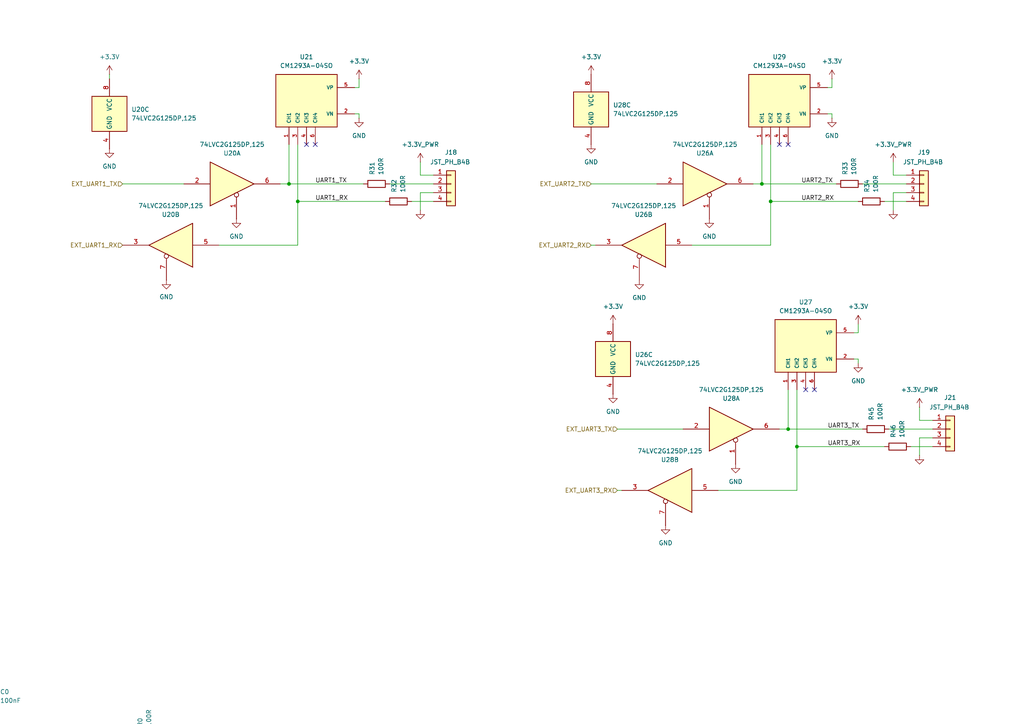
<source format=kicad_sch>
(kicad_sch (version 20231120) (generator "eeschema") (generator_version "8.0")
  (paper "A4")
  (title_block (title "UARTS (carte-uarts)") (date "2024-10-09") (rev "1.0") (company "INSA - GEI"))
  (lib_symbols
    (symbol "74xGxx:74LVC2G125"
      (property "Reference" "U" (at 2.54 7.62 0))
      (property "Value" "74LVC2G125" (at 2.54 -7.62 0))
      (symbol "74LVC2G125_1_1"
        (polyline (pts (xy -7.62 6.35) (xy -7.62 -6.35) (xy 5.08 0) (xy -7.62 6.35)) (stroke (width 0.254)) (fill (type background)))
        (pin input inverted (at 0 10.16 270) (length 7.62) (name "~") (number "1"))
        (pin input line (at -15.24 0 0) (length 7.62) (name "~") (number "2"))
        (pin tri_state line (at 12.7 0 180) (length 7.62) (name "~") (number "6"))
      )
      (symbol "74LVC2G125_2_1"
        (polyline (pts (xy -7.62 6.35) (xy -7.62 -6.35) (xy 5.08 0) (xy -7.62 6.35)) (stroke (width 0.254)) (fill (type background)))
        (pin tri_state line (at 12.7 0 180) (length 7.62) (name "~") (number "3"))
        (pin input line (at -15.24 0 0) (length 7.62) (name "~") (number "5"))
        (pin input inverted (at 0 10.16 270) (length 7.62) (name "~") (number "7"))
      )
      (symbol "74LVC2G125_3_0"
        (rectangle (start -5.08 -5.08) (end 5.08 5.08) (stroke (width 0.254)) (fill (type background)))
      )
      (symbol "74LVC2G125_3_1"
        (pin power_in line (at 0 -10.16 90) (length 5.08) (name "GND") (number "4"))
        (pin power_in line (at 0 10.16 270) (length 5.08) (name "VCC") (number "8"))
      )
    )
    (symbol "CM1293A-04SO:CM1293A-04SO" (pin_names (offset 1.016))
      (property "Reference" "U" (at 4.826 7.366 0))
      (property "Value" "CM1293A-04SO" (at 19.05 -12.7 0))
      (symbol "CM1293A-04SO_0_0"
        (rectangle (start 5.08 5.08) (end 22.86 -10.16) (stroke (width 0.254)) (fill (type background)))
        (pin bidirectional line (at 8.89 -15.24 90) (length 5.08) (name "CH1") (number "1"))
        (pin bidirectional line (at 27.94 -6.35 180) (length 5.08) (name "VN") (number "2"))
        (pin bidirectional line (at 11.43 -15.24 90) (length 5.08) (name "CH2") (number "3"))
        (pin bidirectional line (at 13.97 -15.24 90) (length 5.08) (name "CH3") (number "4"))
        (pin bidirectional line (at 27.94 1.27 180) (length 5.08) (name "VP") (number "5"))
        (pin bidirectional line (at 16.51 -15.24 90) (length 5.08) (name "CH4") (number "6"))
      )
    )
    (symbol "Connector_Generic:Conn_01x04" (pin_names (offset 1.016) hide)
      (property "Reference" "J" (at 0 5.08 0))
      (property "Value" "Conn_01x04" (at 0 -7.62 0))
      (symbol "Conn_01x04_1_1"
        (rectangle (start -1.27 -4.953) (end 0 -5.207) (stroke (width 0.1524)))
        (rectangle (start -1.27 -2.413) (end 0 -2.667) (stroke (width 0.1524)))
        (rectangle (start -1.27 0.127) (end 0 -0.127) (stroke (width 0.1524)))
        (rectangle (start -1.27 2.667) (end 0 2.413) (stroke (width 0.1524)))
        (rectangle (start -1.27 3.81) (end 1.27 -6.35) (stroke (width 0.254)) (fill (type background)))
        (pin passive line (at -5.08 2.54 0) (length 3.81) (name "Pin_1") (number "1"))
        (pin passive line (at -5.08 0 0) (length 3.81) (name "Pin_2") (number "2"))
        (pin passive line (at -5.08 -2.54 0) (length 3.81) (name "Pin_3") (number "3"))
        (pin passive line (at -5.08 -5.08 0) (length 3.81) (name "Pin_4") (number "4"))
      )
    )
    (symbol "Device:C" (pin_numbers hide) (pin_names (offset 0.254))
      (property "Reference" "C" (at 0.635 2.54 0))
      (property "Value" "C" (at 0.635 -2.54 0))
      (symbol "C_0_1"
        (polyline (pts (xy -2.032 -0.762) (xy 2.032 -0.762)) (stroke (width 0.508)))
        (polyline (pts (xy -2.032 0.762) (xy 2.032 0.762)) (stroke (width 0.508)))
      )
      (symbol "C_1_1"
        (pin passive line (at 0 3.81 270) (length 2.794) (name "~") (number "1"))
        (pin passive line (at 0 -3.81 90) (length 2.794) (name "~") (number "2"))
      )
    )
    (symbol "Device:R" (pin_numbers hide) (pin_names (offset 0))
      (property "Reference" "R" (at 2.032 0 90))
      (property "Value" "R" (at 0 0 90))
      (symbol "R_0_1"
        (rectangle (start -1.016 -2.54) (end 1.016 2.54) (stroke (width 0.254)))
      )
      (symbol "R_1_1"
        (pin passive line (at 0 3.81 270) (length 1.27) (name "~") (number "1"))
        (pin passive line (at 0 -3.81 90) (length 1.27) (name "~") (number "2"))
      )
    )
    (symbol "power:+3.3V" (power) (pin_numbers hide) (pin_names (offset 0) hide)
      (property "Value" "+3.3V" (at 0 3.556 0))
      (symbol "+3.3V_0_1"
        (polyline (pts (xy -0.762 1.27) (xy 0 2.54)))
        (polyline (pts (xy 0 0) (xy 0 2.54)))
        (polyline (pts (xy 0 2.54) (xy 0.762 1.27)))
      )
      (symbol "+3.3V_1_1"
        (pin power_in line (at 0 0 90) (length 0) (name "~") (number "1"))
      )
    )
    (symbol "power:GND" (power) (pin_numbers hide) (pin_names (offset 0) hide)
      (property "Value" "GND" (at 0 -3.81 0))
      (symbol "GND_0_1"
        (polyline (pts (xy 0 0) (xy 0 -1.27) (xy 1.27 -1.27) (xy 0 -2.54) (xy -1.27 -1.27) (xy 0 -1.27)))
      )
      (symbol "GND_1_1"
        (pin power_in line (at 0 0 270) (length 0) (name "~") (number "1"))
      )
    )
  )
  (junction (at 83.82 53.34))
  (junction (at 228.6 124.46))
  (junction (at 220.98 53.34))
  (junction (at 86.36 58.42))
  (junction (at 231.14 129.54))
  (junction (at 223.52 58.42))
  (no_connect (at 91.44 41.91))
  (no_connect (at 226.06 41.91))
  (no_connect (at 233.68 113.03))
  (no_connect (at 88.9 41.91))
  (no_connect (at 236.22 113.03))
  (no_connect (at 228.6 41.91))
  (wire (pts (xy 247.65 96.52) (xy 248.92 96.52)))
  (wire (pts (xy 248.92 104.14) (xy 248.92 105.41)))
  (wire (pts (xy 241.3 33.02) (xy 240.03 33.02)))
  (wire (pts (xy 231.14 129.54) (xy 231.14 142.24)))
  (wire (pts (xy 257.81 124.46) (xy 270.51 124.46)))
  (wire (pts (xy 81.28 53.34) (xy 83.82 53.34)))
  (wire (pts (xy 119.38 58.42) (xy 125.73 58.42)))
  (wire (pts (xy 218.44 53.34) (xy 220.98 53.34)))
  (wire (pts (xy 262.89 50.8) (xy 259.08 50.8)))
  (wire (pts (xy 226.06 124.46) (xy 228.6 124.46)))
  (wire (pts (xy 171.45 53.34) (xy 190.5 53.34)))
  (wire (pts (xy 223.52 58.42) (xy 223.52 41.91)))
  (wire (pts (xy 248.92 93.98) (xy 248.92 96.52)))
  (wire (pts (xy 259.08 50.8) (xy 259.08 46.99)))
  (wire (pts (xy 86.36 71.12) (xy 63.5 71.12)))
  (wire (pts (xy 86.36 58.42) (xy 111.76 58.42)))
  (wire (pts (xy 35.56 53.34) (xy 53.34 53.34)))
  (wire (pts (xy 86.36 58.42) (xy 86.36 71.12)))
  (wire (pts (xy 266.7 121.92) (xy 266.7 118.11)))
  (wire (pts (xy 179.07 124.46) (xy 198.12 124.46)))
  (wire (pts (xy 250.19 53.34) (xy 262.89 53.34)))
  (wire (pts (xy 121.92 50.8) (xy 121.92 46.99)))
  (wire (pts (xy 241.3 33.02) (xy 241.3 34.29)))
  (wire (pts (xy 228.6 124.46) (xy 250.19 124.46)))
  (wire (pts (xy 231.14 129.54) (xy 256.54 129.54)))
  (wire (pts (xy 113.03 53.34) (xy 125.73 53.34)))
  (wire (pts (xy 121.92 55.88) (xy 121.92 60.96)))
  (wire (pts (xy 171.45 71.12) (xy 172.72 71.12)))
  (wire (pts (xy 262.89 55.88) (xy 259.08 55.88)))
  (wire (pts (xy 248.92 104.14) (xy 247.65 104.14)))
  (wire (pts (xy 228.6 113.03) (xy 228.6 124.46)))
  (wire (pts (xy 83.82 41.91) (xy 83.82 53.34)))
  (wire (pts (xy 256.54 58.42) (xy 262.89 58.42)))
  (wire (pts (xy 223.52 58.42) (xy 223.52 71.12)))
  (wire (pts (xy 231.14 142.24) (xy 208.28 142.24)))
  (wire (pts (xy 223.52 58.42) (xy 248.92 58.42)))
  (wire (pts (xy 240.03 25.4) (xy 241.3 25.4)))
  (wire (pts (xy 102.87 25.4) (xy 104.14 25.4)))
  (wire (pts (xy 104.14 33.02) (xy 104.14 34.29)))
  (wire (pts (xy 231.14 129.54) (xy 231.14 113.03)))
  (wire (pts (xy 179.07 142.24) (xy 180.34 142.24)))
  (wire (pts (xy 264.16 129.54) (xy 270.51 129.54)))
  (wire (pts (xy 270.51 127) (xy 266.7 127)))
  (wire (pts (xy 125.73 50.8) (xy 121.92 50.8)))
  (wire (pts (xy 266.7 127) (xy 266.7 132.08)))
  (wire (pts (xy 125.73 55.88) (xy 121.92 55.88)))
  (wire (pts (xy 223.52 71.12) (xy 200.66 71.12)))
  (wire (pts (xy 86.36 58.42) (xy 86.36 41.91)))
  (wire (pts (xy 104.14 33.02) (xy 102.87 33.02)))
  (wire (pts (xy 104.14 22.86) (xy 104.14 25.4)))
  (wire (pts (xy 241.3 22.86) (xy 241.3 25.4)))
  (wire (pts (xy 220.98 41.91) (xy 220.98 53.34)))
  (wire (pts (xy 259.08 55.88) (xy 259.08 60.96)))
  (wire (pts (xy 270.51 121.92) (xy 266.7 121.92)))
  (wire (pts (xy 83.82 53.34) (xy 105.41 53.34)))
  (wire (pts (xy 220.98 53.34) (xy 242.57 53.34)))
  (wire (pts (xy 31.75 21.59) (xy 31.75 22.86)))
  (label "UART1_TX" (at 91.44 53.34 0))
  (label "UART3_RX" (at 240.03 129.54 0))
  (label "UART3_TX" (at 240.03 124.46 0))
  (label "UART2_TX" (at 232.41 53.34 0))
  (label "UART2_RX" (at 232.41 58.42 0))
  (label "UART1_RX" (at 91.44 58.42 0))
  (hierarchical_label "EXT_UART2_RX" (shape input) (at 171.45 71.12 180))
  (hierarchical_label "EXT_UART1_RX" (shape input) (at 35.56 71.12 180))
  (hierarchical_label "EXT_UART2_TX" (shape input) (at 171.45 53.34 180))
  (hierarchical_label "EXT_UART3_TX" (shape input) (at 179.07 124.46 180))
  (hierarchical_label "EXT_UART1_TX" (shape input) (at 35.56 53.34 180))
  (hierarchical_label "EXT_UART3_RX" (shape input) (at 179.07 142.24 180))
  (symbol (lib_id "power:GND") (at 31.75 43.18 0) (unit 1)
    (property "Reference" "#PWR094" (effects (hide yes)))
    (property "Value" "GND" (at 31.75 48.26 0))
    (property "Description" "Power symbol creates a global label with name \"GND\" , ground" (effects (hide yes)))
  )
  (symbol (lib_id "power:GND") (at 177.8 114.3 0) (unit 1)
    (property "Reference" "#PWR0114" (effects (hide yes)))
    (property "Value" "GND" (at 177.8 119.38 0))
    (property "Description" "Power symbol creates a global label with name \"GND\" , ground" (effects (hide yes)))
  )
  (symbol (lib_id "power:GND") (at 241.3 34.29 0) (unit 1)
    (property "Reference" "#PWR0128" (effects (hide yes)))
    (property "Value" "GND" (at 241.3 39.37 0))
    (property "Description" "Power symbol creates a global label with name \"GND\" , ground" (effects (hide yes)))
  )
  (symbol (lib_id "power:GND") (at 193.04 152.4 0) (unit 1)
    (property "Reference" "#PWR0122" (effects (hide yes)))
    (property "Value" "GND" (at 193.04 157.48 0))
    (property "Description" "Power symbol creates a global label with name \"GND\" , ground" (effects (hide yes)))
  )
  (symbol (lib_id "Device:R") (at 246.38 53.34 90) (unit 1)
    (property "Reference" "R33" (at 245.1099 50.8 0) (effects (justify left)))
    (property "Value" "100R" (at 247.6499 50.8 0) (effects (justify left)))
    (property "Footprint" "Resistor_SMD:R_0805_2012Metric_Pad1.20x1.40mm_HandSolder" (effects (hide yes)))
    (property "Description" "Resistor" (effects (hide yes)))
  )
  (symbol (lib_id "74xGxx:74LVC2G125") (at 193.04 142.24 180) (unit 2)
    (property "Reference" "U28" (at 194.31 133.35 0))
    (property "Value" "74LVC2G125DP,125" (at 194.31 130.81 0))
    (property "Footprint" "Package_SO:VSSOP-8_2.3x2mm_P0.5mm" (effects (hide yes)))
    (property "Datasheet" "http://www.ti.com/lit/sg/scyt129e/scyt129e.pdf" (effects (hide yes)))
    (property "Description" "Dual Buffer Tri-State, Low-Voltage CMOS" (effects (hide yes)))
  )
  (symbol (lib_id "power:+3.3V") (at 121.92 46.99 0) (unit 1)
    (property "Reference" "#PWR099" (effects (hide yes)))
    (property "Value" "+3.3V_PWR" (at 121.92 41.91 0))
    (property "Description" "Power symbol creates a global label with name \"+3.3V\"" (effects (hide yes)))
  )
  (symbol (lib_id "power:GND") (at 48.26 81.28 0) (unit 1)
    (property "Reference" "#PWR095" (effects (hide yes)))
    (property "Value" "GND" (at 48.26 86.106 0))
    (property "Description" "Power symbol creates a global label with name \"GND\" , ground" (effects (hide yes)))
  )
  (symbol (lib_id "power:GND") (at 248.92 105.41 0) (unit 1)
    (property "Reference" "#PWR0118" (effects (hide yes)))
    (property "Value" "GND" (at 248.92 110.49 0))
    (property "Description" "Power symbol creates a global label with name \"GND\" , ground" (effects (hide yes)))
  )
  (symbol (lib_id "power:+3.3V") (at 248.92 93.98 0) (unit 1)
    (property "Reference" "#PWR0117" (effects (hide yes)))
    (property "Value" "+3.3V" (at 248.92 88.9 0))
    (property "Description" "Power symbol creates a global label with name \"+3.3V\"" (effects (hide yes)))
  )
  (symbol (lib_id "74xGxx:74LVC2G125") (at 177.8 104.14 0) (unit 3)
    (property "Reference" "U26" (at 184.15 102.8699 0) (effects (justify left)))
    (property "Value" "74LVC2G125DP,125" (at 184.15 105.4099 0) (effects (justify left)))
    (property "Footprint" "Package_SO:VSSOP-8_2.3x2mm_P0.5mm" (effects (hide yes)))
    (property "Datasheet" "http://www.ti.com/lit/sg/scyt129e/scyt129e.pdf" (effects (hide yes)))
    (property "Description" "Dual Buffer Tri-State, Low-Voltage CMOS" (effects (hide yes)))
  )
  (symbol (lib_id "CM1293A-04SO:CM1293A-04SO") (at 219.71 97.79 0) (unit 1)
    (property "Reference" "U27" (at 233.68 87.63 0))
    (property "Value" "CM1293A-04SO" (at 233.68 90.17 0))
    (property "Footprint" "CM1293A-04SO:SOT95P285X140-6N" (effects (hide yes)))
    (property "MF" "ON Semiconductor" (effects (hide yes)))
  )
  (symbol (lib_id "74xGxx:74LVC2G125") (at 48.26 71.12 180) (unit 2)
    (property "Reference" "U20" (at 49.53 62.23 0))
    (property "Value" "74LVC2G125DP,125" (at 49.53 59.69 0))
    (property "Footprint" "Package_SO:VSSOP-8_2.3x2mm_P0.5mm" (effects (hide yes)))
    (property "Datasheet" "http://www.ti.com/lit/sg/scyt129e/scyt129e.pdf" (effects (hide yes)))
    (property "Description" "Dual Buffer Tri-State, Low-Voltage CMOS" (effects (hide yes)))
  )
  (symbol (lib_id "power:+3.3V") (at 31.75 21.59 0) (unit 1)
    (property "Reference" "#PWR093" (effects (hide yes)))
    (property "Value" "+3.3V" (at 31.75 16.51 0))
    (property "Description" "Power symbol creates a global label with name \"+3.3V\"" (effects (hide yes)))
  )
  (symbol (lib_id "Connector_Generic:Conn_01x04") (at 267.97 53.34 0) (unit 1)
    (property "Reference" "J19" (at 267.97 44.196 0))
    (property "Value" "JST_PH_B4B" (at 267.716 46.99 0))
    (property "Footprint" "Connector_JST:JST_PH_B4B-PH-K_1x04_P2.00mm_Vertical" (effects (hide yes)))
    (property "Description" "Generic connector, single row, 01x04, script generated (kicad-library-utils/schlib/autogen/connector/)" (effects (hide yes)))
  )
  (symbol (lib_id "power:+3.3V") (at 104.14 22.86 0) (unit 1)
    (property "Reference" "#PWR097" (effects (hide yes)))
    (property "Value" "+3.3V" (at 104.14 17.78 0))
    (property "Description" "Power symbol creates a global label with name \"+3.3V\"" (effects (hide yes)))
  )
  (symbol (lib_id "power:+3.3V") (at 171.45 21.59 0) (unit 1)
    (property "Reference" "#PWR0123" (effects (hide yes)))
    (property "Value" "+3.3V" (at 171.45 16.51 0))
    (property "Description" "Power symbol creates a global label with name \"+3.3V\"" (effects (hide yes)))
  )
  (symbol (lib_id "Device:R") (at 254 124.46 90) (unit 1)
    (property "Reference" "R45" (at 252.7299 121.92 0) (effects (justify left)))
    (property "Value" "100R" (at 255.2699 121.92 0) (effects (justify left)))
    (property "Footprint" "Resistor_SMD:R_0805_2012Metric_Pad1.20x1.40mm_HandSolder" (effects (hide yes)))
    (property "Description" "Resistor" (effects (hide yes)))
  )
  (symbol (lib_id "power:+3.3V") (at 259.08 46.99 0) (unit 1)
    (property "Reference" "#PWR0129" (effects (hide yes)))
    (property "Value" "+3.3V_PWR" (at 259.08 41.91 0))
    (property "Description" "Power symbol creates a global label with name \"+3.3V\"" (effects (hide yes)))
  )
  (symbol (lib_id "74xGxx:74LVC2G125") (at 171.45 31.75 0) (unit 3)
    (property "Reference" "U28" (at 177.8 30.4799 0) (effects (justify left)))
    (property "Value" "74LVC2G125DP,125" (at 177.8 33.0199 0) (effects (justify left)))
    (property "Footprint" "Package_SO:VSSOP-8_2.3x2mm_P0.5mm" (effects (hide yes)))
    (property "Datasheet" "http://www.ti.com/lit/sg/scyt129e/scyt129e.pdf" (effects (hide yes)))
    (property "Description" "Dual Buffer Tri-State, Low-Voltage CMOS" (effects (hide yes)))
  )
  (symbol (lib_id "Device:C") (at -3.81 201.93 0) (unit 1)
    (property "Reference" "C0" (at 0 200.6599 0) (effects (justify left)))
    (property "Value" "100nF" (at 0 203.1999 0) (effects (justify left)))
    (property "Footprint" "Capacitor_SMD:C_0805_2012Metric_Pad1.18x1.45mm_HandSolder" (effects (hide yes)))
    (property "Description" "Unpolarized capacitor" (effects (hide yes)))
  )
  (symbol (lib_id "Connector_Generic:Conn_01x04") (at 130.81 53.34 0) (unit 1)
    (property "Reference" "J18" (at 130.81 44.196 0))
    (property "Value" "JST_PH_B4B" (at 130.556 46.99 0))
    (property "Footprint" "Connector_JST:JST_PH_B4B-PH-K_1x04_P2.00mm_Vertical" (effects (hide yes)))
    (property "Description" "Generic connector, single row, 01x04, script generated (kicad-library-utils/schlib/autogen/connector/)" (effects (hide yes)))
  )
  (symbol (lib_id "Device:R") (at 252.73 58.42 90) (unit 1)
    (property "Reference" "R34" (at 251.4599 55.88 0) (effects (justify left)))
    (property "Value" "100R" (at 253.9999 55.88 0) (effects (justify left)))
    (property "Footprint" "Resistor_SMD:R_0805_2012Metric_Pad1.20x1.40mm_HandSolder" (effects (hide yes)))
    (property "Description" "Resistor" (effects (hide yes)))
  )
  (symbol (lib_id "power:+3.3V") (at 241.3 22.86 0) (unit 1)
    (property "Reference" "#PWR0127" (effects (hide yes)))
    (property "Value" "+3.3V" (at 241.3 17.78 0))
    (property "Description" "Power symbol creates a global label with name \"+3.3V\"" (effects (hide yes)))
  )
  (symbol (lib_id "power:GND") (at 259.08 60.96 0) (unit 1)
    (property "Reference" "#PWR0130" (effects (hide yes)))
    (property "Value" "GND" (effects (hide yes)))
    (property "Description" "Power symbol creates a global label with name \"GND\" , ground" (effects (hide yes)))
  )
  (symbol (lib_id "Connector_Generic:Conn_01x04") (at 275.59 124.46 0) (unit 1)
    (property "Reference" "J21" (at 275.59 115.316 0))
    (property "Value" "JST_PH_B4B" (at 275.336 118.11 0))
    (property "Footprint" "Connector_JST:JST_PH_B4B-PH-K_1x04_P2.00mm_Vertical" (effects (hide yes)))
    (property "Description" "Generic connector, single row, 01x04, script generated (kicad-library-utils/schlib/autogen/connector/)" (effects (hide yes)))
  )
  (symbol (lib_id "power:GND") (at 121.92 60.96 0) (unit 1)
    (property "Reference" "#PWR0100" (effects (hide yes)))
    (property "Value" "GND" (effects (hide yes)))
    (property "Description" "Power symbol creates a global label with name \"GND\" , ground" (effects (hide yes)))
  )
  (symbol (lib_id "CM1293A-04SO:CM1293A-04SO") (at 74.93 26.67 0) (unit 1)
    (property "Reference" "U21" (at 88.9 16.51 0))
    (property "Value" "CM1293A-04SO" (at 88.9 19.05 0))
    (property "Footprint" "CM1293A-04SO:SOT95P285X140-6N" (effects (hide yes)))
    (property "MF" "ON Semiconductor" (effects (hide yes)))
  )
  (symbol (lib_id "Device:R") (at 109.22 53.34 90) (unit 1)
    (property "Reference" "R31" (at 107.9499 50.8 0) (effects (justify left)))
    (property "Value" "100R" (at 110.4899 50.8 0) (effects (justify left)))
    (property "Footprint" "Resistor_SMD:R_0805_2012Metric_Pad1.20x1.40mm_HandSolder" (effects (hide yes)))
    (property "Description" "Resistor" (effects (hide yes)))
  )
  (symbol (lib_id "power:GND") (at 68.58 63.5 0) (unit 1)
    (property "Reference" "#PWR096" (effects (hide yes)))
    (property "Value" "GND" (at 68.58 68.58 0))
    (property "Description" "Power symbol creates a global label with name \"GND\" , ground" (effects (hide yes)))
  )
  (symbol (lib_id "74xGxx:74LVC2G125") (at 185.42 71.12 180) (unit 2)
    (property "Reference" "U26" (at 186.69 62.23 0))
    (property "Value" "74LVC2G125DP,125" (at 186.69 59.69 0))
    (property "Footprint" "Package_SO:VSSOP-8_2.3x2mm_P0.5mm" (effects (hide yes)))
    (property "Datasheet" "http://www.ti.com/lit/sg/scyt129e/scyt129e.pdf" (effects (hide yes)))
    (property "Description" "Dual Buffer Tri-State, Low-Voltage CMOS" (effects (hide yes)))
  )
  (symbol (lib_id "74xGxx:74LVC2G125") (at 68.58 53.34 0) (mirror x) (unit 1)
    (property "Reference" "U20" (at 67.31 44.45 0))
    (property "Value" "74LVC2G125DP,125" (at 67.31 41.91 0))
    (property "Footprint" "Package_SO:VSSOP-8_2.3x2mm_P0.5mm" (effects (hide yes)))
    (property "Datasheet" "http://www.ti.com/lit/sg/scyt129e/scyt129e.pdf" (effects (hide yes)))
    (property "Description" "Dual Buffer Tri-State, Low-Voltage CMOS" (effects (hide yes)))
  )
  (symbol (lib_id "Device:R") (at 260.35 129.54 90) (unit 1)
    (property "Reference" "R46" (at 259.0799 127 0) (effects (justify left)))
    (property "Value" "100R" (at 261.6199 127 0) (effects (justify left)))
    (property "Footprint" "Resistor_SMD:R_0805_2012Metric_Pad1.20x1.40mm_HandSolder" (effects (hide yes)))
    (property "Description" "Resistor" (effects (hide yes)))
  )
  (symbol (lib_id "power:+3.3V") (at 177.8 93.98 0) (unit 1)
    (property "Reference" "#PWR0115" (effects (hide yes)))
    (property "Value" "+3.3V" (at 177.8 88.9 0))
    (property "Description" "Power symbol creates a global label with name \"+3.3V\"" (effects (hide yes)))
  )
  (symbol (lib_id "74xGxx:74LVC2G125") (at 213.36 124.46 0) (mirror x) (unit 1)
    (property "Reference" "U28" (at 212.09 115.57 0))
    (property "Value" "74LVC2G125DP,125" (at 212.09 113.03 0))
    (property "Footprint" "Package_SO:VSSOP-8_2.3x2mm_P0.5mm" (effects (hide yes)))
    (property "Datasheet" "http://www.ti.com/lit/sg/scyt129e/scyt129e.pdf" (effects (hide yes)))
    (property "Description" "Dual Buffer Tri-State, Low-Voltage CMOS" (effects (hide yes)))
  )
  (symbol (lib_id "power:GND") (at 104.14 34.29 0) (unit 1)
    (property "Reference" "#PWR098" (effects (hide yes)))
    (property "Value" "GND" (at 104.14 39.37 0))
    (property "Description" "Power symbol creates a global label with name \"GND\" , ground" (effects (hide yes)))
  )
  (symbol (lib_id "Device:R") (at 115.57 58.42 90) (unit 1)
    (property "Reference" "R32" (at 114.2999 55.88 0) (effects (justify left)))
    (property "Value" "100R" (at 116.8399 55.88 0) (effects (justify left)))
    (property "Footprint" "Resistor_SMD:R_0805_2012Metric_Pad1.20x1.40mm_HandSolder" (effects (hide yes)))
    (property "Description" "Resistor" (effects (hide yes)))
  )
  (symbol (lib_id "power:GND") (at 213.36 134.62 0) (unit 1)
    (property "Reference" "#PWR0121" (effects (hide yes)))
    (property "Value" "GND" (at 213.36 139.7 0))
    (property "Description" "Power symbol creates a global label with name \"GND\" , ground" (effects (hide yes)))
  )
  (symbol (lib_id "Device:R") (at 41.91 213.36 90) (unit 1)
    (property "Reference" "R0" (at 40.6399 210.82 0) (effects (justify left)))
    (property "Value" "100R" (at 43.1799 210.82 0) (effects (justify left)))
    (property "Footprint" "Resistor_SMD:R_0805_2012Metric_Pad1.20x1.40mm_HandSolder" (effects (hide yes)))
    (property "Description" "Resistor" (effects (hide yes)))
  )
  (symbol (lib_id "74xGxx:74LVC2G125") (at 31.75 33.02 0) (unit 3)
    (property "Reference" "U20" (at 38.1 31.7499 0) (effects (justify left)))
    (property "Value" "74LVC2G125DP,125" (at 38.1 34.2899 0) (effects (justify left)))
    (property "Footprint" "Package_SO:VSSOP-8_2.3x2mm_P0.5mm" (effects (hide yes)))
    (property "Datasheet" "http://www.ti.com/lit/sg/scyt129e/scyt129e.pdf" (effects (hide yes)))
    (property "Description" "Dual Buffer Tri-State, Low-Voltage CMOS" (effects (hide yes)))
  )
  (symbol (lib_id "power:GND") (at 205.74 63.5 0) (unit 1)
    (property "Reference" "#PWR0126" (effects (hide yes)))
    (property "Value" "GND" (at 205.74 68.58 0))
    (property "Description" "Power symbol creates a global label with name \"GND\" , ground" (effects (hide yes)))
  )
  (symbol (lib_id "CM1293A-04SO:CM1293A-04SO") (at 212.09 26.67 0) (unit 1)
    (property "Reference" "U29" (at 226.06 16.51 0))
    (property "Value" "CM1293A-04SO" (at 226.06 19.05 0))
    (property "Footprint" "CM1293A-04SO:SOT95P285X140-6N" (effects (hide yes)))
    (property "MF" "ON Semiconductor" (effects (hide yes)))
  )
  (symbol (lib_id "power:GND") (at 266.7 132.08 0) (unit 1)
    (property "Reference" "#PWR0120" (effects (hide yes)))
    (property "Value" "GND" (effects (hide yes)))
    (property "Description" "Power symbol creates a global label with name \"GND\" , ground" (effects (hide yes)))
  )
  (symbol (lib_id "74xGxx:74LVC2G125") (at 205.74 53.34 0) (mirror x) (unit 1)
    (property "Reference" "U26" (at 204.47 44.45 0))
    (property "Value" "74LVC2G125DP,125" (at 204.47 41.91 0))
    (property "Footprint" "Package_SO:VSSOP-8_2.3x2mm_P0.5mm" (effects (hide yes)))
    (property "Datasheet" "http://www.ti.com/lit/sg/scyt129e/scyt129e.pdf" (effects (hide yes)))
    (property "Description" "Dual Buffer Tri-State, Low-Voltage CMOS" (effects (hide yes)))
  )
  (symbol (lib_id "power:GND") (at 185.42 81.28 0) (unit 1)
    (property "Reference" "#PWR0125" (effects (hide yes)))
    (property "Value" "GND" (at 185.42 86.36 0))
    (property "Description" "Power symbol creates a global label with name \"GND\" , ground" (effects (hide yes)))
  )
  (symbol (lib_id "power:+3.3V") (at 266.7 118.11 0) (unit 1)
    (property "Reference" "#PWR0119" (effects (hide yes)))
    (property "Value" "+3.3V_PWR" (at 266.7 113.03 0))
    (property "Description" "Power symbol creates a global label with name \"+3.3V\"" (effects (hide yes)))
  )
  (symbol (lib_id "power:GND") (at 171.45 41.91 0) (unit 1)
    (property "Reference" "#PWR0124" (effects (hide yes)))
    (property "Value" "GND" (at 171.45 46.99 0))
    (property "Description" "Power symbol creates a global label with name \"GND\" , ground" (effects (hide yes)))
  )
)
</source>
